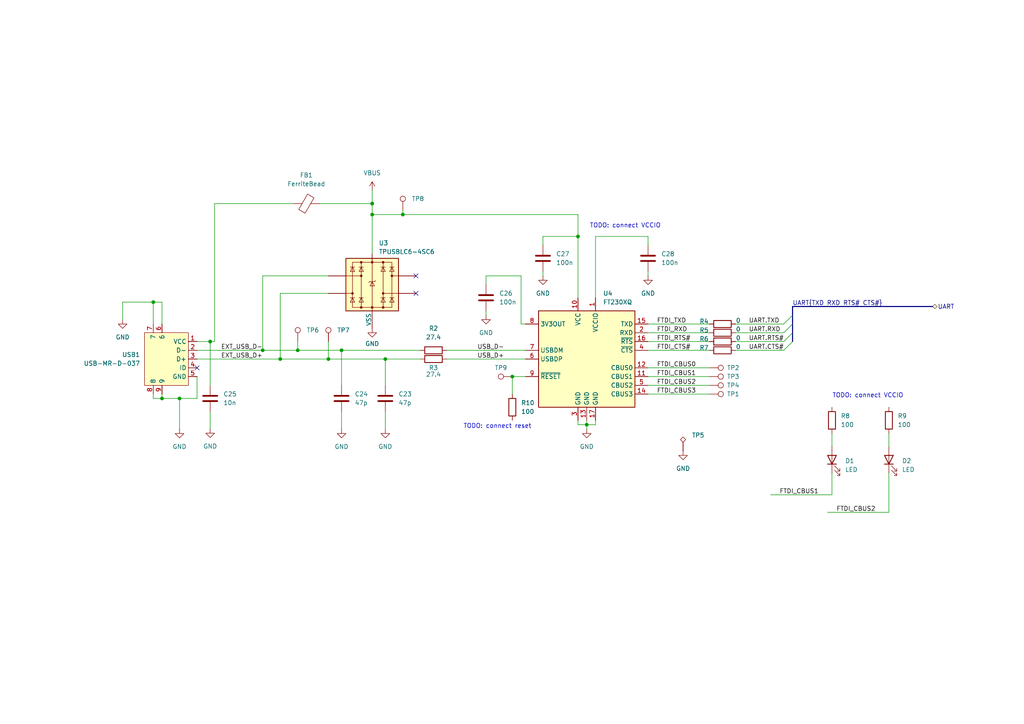
<source format=kicad_sch>
(kicad_sch (version 20231120) (generator "eeschema") (generator_version "8.0")
  (paper "A4")
  (lib_symbols
    (symbol "Connector:TestPoint" (pin_numbers hide) (pin_names (offset 0.762) hide)
      (property "Reference" "TP" (at 0 6.858 0))
      (property "Value" "TestPoint" (at 0 5.08 0))
      (symbol "TestPoint_0_1"
        (circle (center 0 3.302) (radius 0.762))
      )
      (symbol "TestPoint_1_1"
        (pin passive line (at 0 0 90) (length 2.54) (name "1") (number "1"))
      )
    )
    (symbol "Connector:TestPoint_Alt" (pin_numbers hide) (pin_names (offset 0.762) hide)
      (property "Reference" "TP" (at 0 6.858 0))
      (property "Value" "TestPoint_Alt" (at 0 5.08 0))
      (symbol "TestPoint_Alt_0_1"
        (polyline (pts (xy 0 2.54) (xy -0.762 3.302) (xy 0 4.064) (xy 0.762 3.302) (xy 0 2.54)))
      )
      (symbol "TestPoint_Alt_1_1"
        (pin passive line (at 0 0 90) (length 2.54) (name "1") (number "1"))
      )
    )
    (symbol "Device:C" (pin_numbers hide) (pin_names (offset 0.254))
      (property "Reference" "C" (at 0.635 2.54 0))
      (property "Value" "C" (at 0.635 -2.54 0))
      (symbol "C_0_1"
        (polyline (pts (xy -2.032 -0.762) (xy 2.032 -0.762)) (stroke (width 0.508)))
        (polyline (pts (xy -2.032 0.762) (xy 2.032 0.762)) (stroke (width 0.508)))
      )
      (symbol "C_1_1"
        (pin passive line (at 0 3.81 270) (length 2.794) (name "~") (number "1"))
        (pin passive line (at 0 -3.81 90) (length 2.794) (name "~") (number "2"))
      )
    )
    (symbol "Device:FerriteBead" (pin_numbers hide) (pin_names (offset 0))
      (property "Reference" "FB" (at -3.81 0.635 90))
      (property "Value" "FerriteBead" (at 3.81 0 90))
      (symbol "FerriteBead_0_1"
        (polyline (pts (xy 0 -1.27) (xy 0 -1.2192)))
        (polyline (pts (xy 0 1.27) (xy 0 1.2954)))
        (polyline (pts (xy -2.7686 0.4064) (xy -1.7018 2.2606) (xy 2.7686 -0.3048) (xy 1.6764 -2.159) (xy -2.7686 0.4064)))
      )
      (symbol "FerriteBead_1_1"
        (pin passive line (at 0 3.81 270) (length 2.54) (name "~") (number "1"))
        (pin passive line (at 0 -3.81 90) (length 2.54) (name "~") (number "2"))
      )
    )
    (symbol "Device:LED" (pin_numbers hide) (pin_names (offset 1.016) hide)
      (property "Reference" "D" (at 0 2.54 0))
      (property "Value" "LED" (at 0 -2.54 0))
      (symbol "LED_0_1"
        (polyline (pts (xy -1.27 -1.27) (xy -1.27 1.27)) (stroke (width 0.254)))
        (polyline (pts (xy -1.27 0) (xy 1.27 0)))
        (polyline (pts (xy 1.27 -1.27) (xy 1.27 1.27) (xy -1.27 0) (xy 1.27 -1.27)) (stroke (width 0.254)))
        (polyline (pts (xy -3.048 -0.762) (xy -4.572 -2.286) (xy -3.81 -2.286) (xy -4.572 -2.286) (xy -4.572 -1.524)))
        (polyline (pts (xy -1.778 -0.762) (xy -3.302 -2.286) (xy -2.54 -2.286) (xy -3.302 -2.286) (xy -3.302 -1.524)))
      )
      (symbol "LED_1_1"
        (pin passive line (at -3.81 0 0) (length 2.54) (name "K") (number "1"))
        (pin passive line (at 3.81 0 180) (length 2.54) (name "A") (number "2"))
      )
    )
    (symbol "Device:R" (pin_numbers hide) (pin_names (offset 0))
      (property "Reference" "R" (at 2.032 0 90))
      (property "Value" "R" (at 0 0 90))
      (symbol "R_0_1"
        (rectangle (start -1.016 -2.54) (end 1.016 2.54) (stroke (width 0.254)))
      )
      (symbol "R_1_1"
        (pin passive line (at 0 3.81 270) (length 1.27) (name "~") (number "1"))
        (pin passive line (at 0 -3.81 90) (length 1.27) (name "~") (number "2"))
      )
    )
    (symbol "Interface_USB:FT230XQ"
      (property "Reference" "U" (at -13.97 15.24 0))
      (property "Value" "FT230XQ" (at 7.62 15.24 0))
      (symbol "FT230XQ_0_1"
        (rectangle (start -13.97 13.97) (end 13.97 -13.97) (stroke (width 0.254)) (fill (type background)))
      )
      (symbol "FT230XQ_1_1"
        (pin power_in line (at 2.54 17.78 270) (length 3.81) (name "VCCIO") (number "1"))
        (pin power_in line (at -2.54 17.78 270) (length 3.81) (name "VCC") (number "10"))
        (pin bidirectional line (at 17.78 -5.08 180) (length 3.81) (name "CBUS1") (number "11"))
        (pin bidirectional line (at 17.78 -2.54 180) (length 3.81) (name "CBUS0") (number "12"))
        (pin power_in line (at 0 -17.78 90) (length 3.81) (name "GND") (number "13"))
        (pin bidirectional line (at 17.78 -10.16 180) (length 3.81) (name "CBUS3") (number "14"))
        (pin output line (at 17.78 10.16 180) (length 3.81) (name "TXD") (number "15"))
        (pin output line (at 17.78 5.08 180) (length 3.81) (name "~{RTS}") (number "16"))
        (pin power_in line (at 2.54 -17.78 90) (length 3.81) (name "GND") (number "17"))
        (pin input line (at 17.78 7.62 180) (length 3.81) (name "RXD") (number "2"))
        (pin power_in line (at -2.54 -17.78 90) (length 3.81) (name "GND") (number "3"))
        (pin input line (at 17.78 2.54 180) (length 3.81) (name "~{CTS}") (number "4"))
        (pin bidirectional line (at 17.78 -7.62 180) (length 3.81) (name "CBUS2") (number "5"))
        (pin bidirectional line (at -17.78 0 0) (length 3.81) (name "USBDP") (number "6"))
        (pin bidirectional line (at -17.78 2.54 0) (length 3.81) (name "USBDM") (number "7"))
        (pin power_out line (at -17.78 10.16 0) (length 3.81) (name "3V3OUT") (number "8"))
        (pin input line (at -17.78 -5.08 0) (length 3.81) (name "~{RESET}") (number "9"))
      )
    )
    (symbol "Library:TPUSBLC6-4SC6" (pin_numbers hide) (pin_names (offset 0))
      (property "Reference" "U" (at -19.05 10.16 0))
      (property "Value" "TPUSBLC6-4SC6" (at 8.89 -10.16 0))
      (symbol "TPUSBLC6-4SC6_0_0"
        (rectangle (start -5.715 6.477) (end 5.715 -6.604))
        (polyline (pts (xy -3.175 -6.604) (xy -3.175 6.477)))
        (polyline (pts (xy 0 6.477) (xy 0 -6.604)))
        (polyline (pts (xy 3.175 6.477) (xy 3.175 -6.604)))
      )
      (symbol "TPUSBLC6-4SC6_0_1"
        (rectangle (start -7.62 7.62) (end 7.62 -7.62) (stroke (width 0.254)) (fill (type background)))
        (circle (center -5.715 -2.54) (radius 0.2794) (fill (type outline)))
        (circle (center -3.175 -6.604) (radius 0.2794) (fill (type outline)))
        (circle (center -3.175 2.54) (radius 0.2794) (fill (type outline)))
        (circle (center -3.175 6.477) (radius 0.2794) (fill (type outline)))
        (circle (center 0 -6.604) (radius 0.2794) (fill (type outline)))
        (polyline (pts (xy -7.747 2.54) (xy -3.175 2.54)))
        (polyline (pts (xy -7.62 -2.54) (xy -5.715 -2.54)))
        (polyline (pts (xy -5.08 -3.81) (xy -6.35 -3.81)))
        (polyline (pts (xy -5.08 5.08) (xy -6.35 5.08)))
        (polyline (pts (xy -2.54 -3.81) (xy -3.81 -3.81)))
        (polyline (pts (xy -2.54 5.08) (xy -3.81 5.08)))
        (polyline (pts (xy -0.635 0.889) (xy -1.016 0.635)))
        (polyline (pts (xy 0 -6.604) (xy 0 -7.62)))
        (polyline (pts (xy 0.635 0.889) (xy -0.635 0.889)))
        (polyline (pts (xy 0.635 0.889) (xy 1.016 1.143)))
        (polyline (pts (xy 3.81 -3.81) (xy 2.54 -3.81)))
        (polyline (pts (xy 3.81 5.08) (xy 2.54 5.08)))
        (polyline (pts (xy 6.35 -3.81) (xy 5.08 -3.81)))
        (polyline (pts (xy 6.35 5.08) (xy 5.08 5.08)))
        (polyline (pts (xy 7.62 -2.54) (xy 3.175 -2.54)))
        (polyline (pts (xy 7.62 2.54) (xy 5.715 2.54)))
        (polyline (pts (xy -5.08 -5.08) (xy -6.35 -5.08) (xy -5.715 -3.81) (xy -5.08 -5.08)))
        (polyline (pts (xy -5.08 3.81) (xy -6.35 3.81) (xy -5.715 5.08) (xy -5.08 3.81)))
        (polyline (pts (xy -2.54 -5.08) (xy -3.81 -5.08) (xy -3.175 -3.81) (xy -2.54 -5.08)))
        (polyline (pts (xy -2.54 3.81) (xy -3.81 3.81) (xy -3.175 5.08) (xy -2.54 3.81)))
        (polyline (pts (xy 0.635 -0.381) (xy -0.635 -0.381) (xy 0 0.889) (xy 0.635 -0.381)))
        (polyline (pts (xy 3.81 -5.08) (xy 2.54 -5.08) (xy 3.175 -3.81) (xy 3.81 -5.08)))
        (polyline (pts (xy 3.81 3.81) (xy 2.54 3.81) (xy 3.175 5.08) (xy 3.81 3.81)))
        (polyline (pts (xy 6.35 -5.08) (xy 5.08 -5.08) (xy 5.715 -3.81) (xy 6.35 -5.08)))
        (polyline (pts (xy 6.35 3.81) (xy 5.08 3.81) (xy 5.715 5.08) (xy 6.35 3.81)))
        (circle (center 0 6.477) (radius 0.2794) (fill (type outline)))
        (circle (center 3.175 -6.604) (radius 0.2794) (fill (type outline)))
        (circle (center 3.175 -2.54) (radius 0.2794) (fill (type outline)))
        (circle (center 3.175 6.477) (radius 0.2794) (fill (type outline)))
        (circle (center 5.715 2.54) (radius 0.2794) (fill (type outline)))
      )
      (symbol "TPUSBLC6-4SC6_1_1"
        (pin passive line (at -12.7 -2.54 0) (length 5.08) (name "~") (number "1"))
        (pin power_in line (at 0 -12.7 90) (length 5.08) (name "VSS") (number "2"))
        (pin passive line (at 12.7 -2.54 180) (length 5.08) (name "~") (number "3"))
        (pin passive line (at 12.7 2.54 180) (length 5.08) (name "~") (number "4"))
        (pin power_in line (at 0 8.89 270) (length 2.54) (name "~") (number "5"))
        (pin passive line (at -12.7 2.54 0) (length 5.08) (name "~") (number "6"))
      )
    )
    (symbol "easyeda2kicad:USB-MR-D-037"
      (property "Reference" "USB" (at 0 15.24 0))
      (property "Value" "USB-MR-D-037" (at 0 -15.24 0))
      (symbol "USB-MR-D-037_0_1"
        (rectangle (start -5.08 7.62) (end 7.62 -7.62) (fill (type background)))
        (pin input line (at 10.16 5.08 180) (length 2.54) (name "VCC") (number "1"))
        (pin input line (at 10.16 2.54 180) (length 2.54) (name "D-") (number "2"))
        (pin input line (at 10.16 0 180) (length 2.54) (name "D+") (number "3"))
        (pin input line (at 10.16 -2.54 180) (length 2.54) (name "ID") (number "4"))
        (pin input line (at 10.16 -5.08 180) (length 2.54) (name "GND") (number "5"))
        (pin unspecified line (at 0 10.16 270) (length 2.54) (name "6") (number "6"))
        (pin unspecified line (at -2.54 10.16 270) (length 2.54) (name "7") (number "7"))
        (pin unspecified line (at -2.54 -10.16 90) (length 2.54) (name "8") (number "8"))
        (pin unspecified line (at 0 -10.16 90) (length 2.54) (name "9") (number "9"))
      )
    )
    (symbol "power:GND" (power) (pin_names (offset 0))
      (property "Value" "GND" (at 0 -3.81 0))
      (symbol "GND_0_1"
        (polyline (pts (xy 0 0) (xy 0 -1.27) (xy 1.27 -1.27) (xy 0 -2.54) (xy -1.27 -1.27) (xy 0 -1.27)))
      )
      (symbol "GND_1_1"
        (pin power_in line (at 0 0 270) (length 0) hide (name "GND") (number "1"))
      )
    )
    (symbol "power:VBUS" (power) (pin_names (offset 0))
      (property "Value" "VBUS" (at 0 3.81 0))
      (symbol "VBUS_0_1"
        (polyline (pts (xy -0.762 1.27) (xy 0 2.54)))
        (polyline (pts (xy 0 0) (xy 0 2.54)))
        (polyline (pts (xy 0 2.54) (xy 0.762 1.27)))
      )
      (symbol "VBUS_1_1"
        (pin power_in line (at 0 0 90) (length 0) hide (name "VBUS") (number "1"))
      )
    )
  )
  (junction (at 107.95 59.055))
  (junction (at 46.99 115.57))
  (junction (at 44.45 87.63))
  (junction (at 116.84 62.23))
  (junction (at 148.59 109.22))
  (junction (at 52.07 115.57))
  (junction (at 167.64 68.58))
  (junction (at 95.25 104.14))
  (junction (at 170.18 123.19))
  (junction (at 60.96 99.06))
  (junction (at 76.2 101.6))
  (junction (at 99.06 101.6))
  (junction (at 81.28 104.14))
  (junction (at 86.36 101.6))
  (junction (at 111.76 104.14))
  (junction (at 107.95 62.23))
  (no_connect (at 120.65 80.01))
  (no_connect (at 57.15 106.68))
  (no_connect (at 120.65 85.09))
  (bus_entry (at 227.33 96.52) (size 2.54 -2.54))
  (bus_entry (at 227.33 99.06) (size 2.54 -2.54))
  (bus_entry (at 227.33 93.98) (size 2.54 -2.54))
  (bus_entry (at 227.33 101.6) (size 2.54 -2.54))
  (wire (pts (xy 76.2 80.01) (xy 76.2 101.6)))
  (wire (pts (xy 46.99 115.57) (xy 44.45 115.57)))
  (wire (pts (xy 86.36 99.06) (xy 86.36 101.6)))
  (wire (pts (xy 111.76 104.14) (xy 111.76 111.76)))
  (wire (pts (xy 52.07 115.57) (xy 46.99 115.57)))
  (wire (pts (xy 187.96 114.3) (xy 205.74 114.3)))
  (wire (pts (xy 213.36 101.6) (xy 227.33 101.6)))
  (wire (pts (xy 170.18 123.19) (xy 167.64 123.19)))
  (wire (pts (xy 187.96 93.98) (xy 205.74 93.98)))
  (wire (pts (xy 240.03 148.59) (xy 257.81 148.59)))
  (wire (pts (xy 167.64 62.23) (xy 167.64 68.58)))
  (bus (pts (xy 229.87 93.98) (xy 229.87 91.44)))
  (wire (pts (xy 241.3 125.73) (xy 241.3 129.54)))
  (bus (pts (xy 229.87 91.44) (xy 229.87 88.9)))
  (wire (pts (xy 99.06 101.6) (xy 121.92 101.6)))
  (wire (pts (xy 57.15 104.14) (xy 81.28 104.14)))
  (wire (pts (xy 187.96 109.22) (xy 205.74 109.22)))
  (wire (pts (xy 129.54 101.6) (xy 152.4 101.6)))
  (wire (pts (xy 187.96 111.76) (xy 205.74 111.76)))
  (wire (pts (xy 62.23 59.055) (xy 85.09 59.055)))
  (wire (pts (xy 187.96 96.52) (xy 205.74 96.52)))
  (wire (pts (xy 57.15 109.22) (xy 57.15 115.57)))
  (wire (pts (xy 257.81 125.73) (xy 257.81 129.54)))
  (wire (pts (xy 86.36 101.6) (xy 99.06 101.6)))
  (wire (pts (xy 140.97 80.01) (xy 151.13 80.01)))
  (wire (pts (xy 157.48 71.12) (xy 157.48 68.58)))
  (wire (pts (xy 170.18 123.19) (xy 172.72 123.19)))
  (wire (pts (xy 213.36 93.98) (xy 227.33 93.98)))
  (wire (pts (xy 170.18 124.46) (xy 170.18 123.19)))
  (wire (pts (xy 157.48 68.58) (xy 167.64 68.58)))
  (wire (pts (xy 62.23 99.06) (xy 60.96 99.06)))
  (wire (pts (xy 167.64 123.19) (xy 167.64 121.92)))
  (wire (pts (xy 148.59 109.22) (xy 152.4 109.22)))
  (wire (pts (xy 187.96 78.74) (xy 187.96 80.01)))
  (wire (pts (xy 172.72 68.58) (xy 172.72 86.36)))
  (wire (pts (xy 187.96 101.6) (xy 205.74 101.6)))
  (bus (pts (xy 229.87 88.9) (xy 270.51 88.9)))
  (wire (pts (xy 223.52 143.51) (xy 241.3 143.51)))
  (wire (pts (xy 60.96 99.06) (xy 60.96 111.76)))
  (bus (pts (xy 229.87 99.06) (xy 229.87 96.52)))
  (wire (pts (xy 107.95 62.23) (xy 116.84 62.23)))
  (wire (pts (xy 52.07 124.46) (xy 52.07 115.57)))
  (wire (pts (xy 140.97 90.17) (xy 140.97 91.44)))
  (wire (pts (xy 107.95 55.245) (xy 107.95 59.055)))
  (wire (pts (xy 95.25 99.06) (xy 95.25 104.14)))
  (wire (pts (xy 157.48 78.74) (xy 157.48 80.01)))
  (wire (pts (xy 46.99 87.63) (xy 46.99 93.98)))
  (wire (pts (xy 44.45 87.63) (xy 44.45 93.98)))
  (wire (pts (xy 99.06 124.46) (xy 99.06 119.38)))
  (wire (pts (xy 92.71 59.055) (xy 107.95 59.055)))
  (wire (pts (xy 57.15 115.57) (xy 52.07 115.57)))
  (wire (pts (xy 107.95 62.23) (xy 107.95 73.66)))
  (wire (pts (xy 148.59 109.22) (xy 148.59 114.3)))
  (wire (pts (xy 60.96 124.3662) (xy 60.96 119.38)))
  (wire (pts (xy 167.64 68.58) (xy 167.64 86.36)))
  (wire (pts (xy 44.45 114.3) (xy 44.45 115.57)))
  (wire (pts (xy 44.45 87.63) (xy 46.99 87.63)))
  (wire (pts (xy 187.96 68.58) (xy 172.72 68.58)))
  (wire (pts (xy 257.81 137.16) (xy 257.81 148.59)))
  (wire (pts (xy 107.95 59.055) (xy 107.95 62.23)))
  (wire (pts (xy 60.96 99.06) (xy 57.15 99.06)))
  (wire (pts (xy 116.84 62.23) (xy 167.64 62.23)))
  (wire (pts (xy 111.76 104.14) (xy 121.92 104.14)))
  (wire (pts (xy 81.28 85.09) (xy 81.28 104.14)))
  (wire (pts (xy 57.15 101.6) (xy 76.2 101.6)))
  (wire (pts (xy 151.13 93.98) (xy 152.4 93.98)))
  (wire (pts (xy 187.96 106.68) (xy 205.74 106.68)))
  (wire (pts (xy 140.97 82.55) (xy 140.97 80.01)))
  (wire (pts (xy 62.23 59.055) (xy 62.23 99.06)))
  (wire (pts (xy 187.96 99.06) (xy 205.74 99.06)))
  (wire (pts (xy 44.45 87.63) (xy 35.56 87.63)))
  (wire (pts (xy 95.25 85.09) (xy 81.28 85.09)))
  (bus (pts (xy 229.87 96.52) (xy 229.87 93.98)))
  (wire (pts (xy 241.3 137.16) (xy 241.3 143.51)))
  (wire (pts (xy 170.18 121.92) (xy 170.18 123.19)))
  (wire (pts (xy 213.36 99.06) (xy 227.33 99.06)))
  (wire (pts (xy 129.54 104.14) (xy 152.4 104.14)))
  (wire (pts (xy 213.36 96.52) (xy 227.33 96.52)))
  (wire (pts (xy 116.84 60.96) (xy 116.84 62.23)))
  (wire (pts (xy 99.06 101.6) (xy 99.06 111.76)))
  (wire (pts (xy 76.2 80.01) (xy 95.25 80.01)))
  (wire (pts (xy 172.72 123.19) (xy 172.72 121.92)))
  (wire (pts (xy 35.56 87.63) (xy 35.56 92.71)))
  (wire (pts (xy 187.96 71.12) (xy 187.96 68.58)))
  (wire (pts (xy 151.13 80.01) (xy 151.13 93.98)))
  (wire (pts (xy 46.99 114.3) (xy 46.99 115.57)))
  (wire (pts (xy 111.76 124.46) (xy 111.76 119.38)))
  (wire (pts (xy 76.2 101.6) (xy 86.36 101.6)))
  (wire (pts (xy 81.28 104.14) (xy 95.25 104.14)))
  (wire (pts (xy 95.25 104.14) (xy 111.76 104.14)))
  (text "TODO: connect VCCIO\n" (at 181.356 65.532 0) (effects (font (size 1.27 1.27))))
  (text "TODO: connect VCCIO\n" (at 251.714 114.808 0) (effects (font (size 1.27 1.27))))
  (text "TODO: connect reset" (at 144.272 123.698 0) (effects (font (size 1.27 1.27))))
  (label "UART{TXD RXD RTS# CTS#}" (at 229.87 88.9 0))
  (label "UART.RTS#" (at 217.17 99.06 0))
  (label "UART.RXD" (at 217.17 96.52 0))
  (label "FTDI_RTS#" (at 190.5 99.06 0))
  (label "FTDI_CBUS1" (at 226.06 143.51 0))
  (label "FTDI_CBUS1" (at 190.5 109.22 0))
  (label "EXT_USB_D+" (at 76.2 104.14 180))
  (label "USB_D+" (at 138.43 104.14 0))
  (label "FTDI_CBUS3" (at 190.5 114.3 0))
  (label "FTDI_CBUS0" (at 190.5 106.68 0))
  (label "FTDI_RXD" (at 190.5 96.52 0))
  (label "FTDI_CBUS2" (at 242.57 148.59 0))
  (label "USB_D-" (at 138.43 101.6 0))
  (label "EXT_USB_D-" (at 76.2 101.6 180))
  (label "UART.TXD" (at 217.17 93.98 0))
  (label "FTDI_CBUS2" (at 190.5 111.76 0))
  (label "UART.CTS#" (at 217.17 101.6 0))
  (label "FTDI_TXD" (at 190.5 93.98 0))
  (label "FTDI_CTS#" (at 190.5 101.6 0))
  (hierarchical_label "UART" (shape bidirectional) (at 270.51 88.9 0))
  (symbol (lib_id "Device:R") (at 209.55 96.52 90) (unit 1)
    (property "Reference" "R5" (at 204.216 95.758 90))
    (property "Value" "0" (at 214.122 95.504 90))
    (property "Footprint" "Resistor_SMD:R_0402_1005Metric_Pad0.72x0.64mm_HandSolder" (effects (hide yes)))
    (property "LCSC" "C226391" (effects (hide yes)))
  )
  (symbol (lib_id "power:GND") (at 187.96 80.01 0) (unit 1)
    (property "Reference" "#PWR035" (effects (hide yes)))
    (property "Value" "GND" (at 187.96 85.09 0))
    (property "Description" "Power symbol creates a global label with name \"GND\" , ground" (effects (hide yes)))
  )
  (symbol (lib_id "Device:C") (at 140.97 86.36 0) (unit 1)
    (property "Reference" "C26" (at 144.78 85.0899 0) (effects (justify left)))
    (property "Value" "100n" (at 144.78 87.6299 0) (effects (justify left)))
    (property "Footprint" "Capacitor_SMD:C_0402_1005Metric" (effects (hide yes)))
    (property "Description" "Unpolarized capacitor" (effects (hide yes)))
  )
  (symbol (lib_id "Connector:TestPoint") (at 148.59 109.22 90) (unit 1)
    (property "Reference" "TP9" (at 145.288 106.68 90))
    (property "Value" "TestPoint" (effects (hide yes)))
    (property "Description" "test point" (effects (hide yes)))
  )
  (symbol (lib_id "power:VBUS") (at 107.95 55.245 0) (unit 1)
    (property "Reference" "#PWR025" (effects (hide yes)))
    (property "Value" "VBUS" (at 107.95 50.165 0))
  )
  (symbol (lib_id "Device:R") (at 148.59 118.11 180) (unit 1)
    (property "Reference" "R10" (at 151.13 116.8399 0) (effects (justify right)))
    (property "Value" "100" (at 151.13 119.3799 0) (effects (justify right)))
    (property "Footprint" "Resistor_SMD:R_0402_1005Metric_Pad0.72x0.64mm_HandSolder" (effects (hide yes)))
    (property "LCSC" "C226391" (effects (hide yes)))
  )
  (symbol (lib_id "power:GND") (at 170.18 124.46 0) (unit 1)
    (property "Reference" "#PWR030" (effects (hide yes)))
    (property "Value" "GND" (at 170.18 129.54 0))
    (property "Description" "Power symbol creates a global label with name \"GND\" , ground" (effects (hide yes)))
  )
  (symbol (lib_id "Device:C") (at 60.96 115.57 0) (unit 1)
    (property "Reference" "C25" (at 64.77 114.2999 0) (effects (justify left)))
    (property "Value" "10n" (at 64.77 116.8399 0) (effects (justify left)))
    (property "Footprint" "Capacitor_SMD:C_0402_1005Metric" (effects (hide yes)))
    (property "Description" "Unpolarized capacitor" (effects (hide yes)))
  )
  (symbol (lib_id "Device:R") (at 241.3 121.92 180) (unit 1)
    (property "Reference" "R8" (at 243.84 120.6499 0) (effects (justify right)))
    (property "Value" "100" (at 243.84 123.1899 0) (effects (justify right)))
    (property "Footprint" "Resistor_SMD:R_0402_1005Metric_Pad0.72x0.64mm_HandSolder" (effects (hide yes)))
    (property "LCSC" "C226391" (effects (hide yes)))
  )
  (symbol (lib_id "Connector:TestPoint") (at 205.74 109.22 270) (unit 1)
    (property "Reference" "TP3" (at 210.82 109.2199 90) (effects (justify left)))
    (property "Value" "TestPoint" (effects (hide yes)))
    (property "Description" "test point" (effects (hide yes)))
  )
  (symbol (lib_id "Device:LED") (at 257.81 133.35 90) (unit 1)
    (property "Reference" "D2" (at 261.62 133.6674 90) (effects (justify right)))
    (property "Value" "LED" (at 261.62 136.2074 90) (effects (justify right)))
    (property "Footprint" "LED_SMD:LED_0603_1608Metric" (effects (hide yes)))
    (property "Description" "Light emitting diode" (effects (hide yes)))
  )
  (symbol (lib_id "Connector:TestPoint") (at 95.25 99.06 0) (unit 1)
    (property "Reference" "TP7" (at 97.79 95.7579 0) (effects (justify left)))
    (property "Value" "TestPoint" (effects (hide yes)))
    (property "Description" "test point" (effects (hide yes)))
  )
  (symbol (lib_id "Device:C") (at 157.48 74.93 0) (unit 1)
    (property "Reference" "C27" (at 161.29 73.6599 0) (effects (justify left)))
    (property "Value" "100n" (at 161.29 76.1999 0) (effects (justify left)))
    (property "Footprint" "Capacitor_SMD:C_0402_1005Metric" (effects (hide yes)))
    (property "Description" "Unpolarized capacitor" (effects (hide yes)))
  )
  (symbol (lib_id "power:GND") (at 198.12 130.81 0) (unit 1)
    (property "Reference" "#PWR036" (effects (hide yes)))
    (property "Value" "GND" (at 198.12 135.89 0))
    (property "Description" "Power symbol creates a global label with name \"GND\" , ground" (effects (hide yes)))
  )
  (symbol (lib_id "easyeda2kicad:USB-MR-D-037") (at 46.99 104.14 0) (unit 1)
    (property "Reference" "USB1" (at 40.64 102.8699 0) (effects (justify right)))
    (property "Value" "USB-MR-D-037" (at 40.64 105.4099 0) (effects (justify right)))
    (property "Footprint" "USB-MR-D-037:MICRO-USB-SMD_DEALON_USB-MR-D-037" (effects (hide yes)))
    (property "LCSC Part" "C2927008" (effects (hide yes)))
  )
  (symbol (lib_id "power:GND") (at 35.56 92.71 0) (unit 1)
    (property "Reference" "#PWR033" (effects (hide yes)))
    (property "Value" "GND" (at 35.56 97.79 0))
    (property "Description" "Power symbol creates a global label with name \"GND\" , ground" (effects (hide yes)))
  )
  (symbol (lib_id "Device:R") (at 209.55 101.6 90) (unit 1)
    (property "Reference" "R7" (at 204.216 100.838 90))
    (property "Value" "0" (at 214.122 100.584 90))
    (property "Footprint" "Resistor_SMD:R_0402_1005Metric_Pad0.72x0.64mm_HandSolder" (effects (hide yes)))
    (property "LCSC" "C226391" (effects (hide yes)))
  )
  (symbol (lib_id "Device:R") (at 125.73 104.14 90) (unit 1)
    (property "Reference" "R3" (at 125.73 106.68 90))
    (property "Value" "27.4" (at 125.73 108.585 90))
    (property "Footprint" "Resistor_SMD:R_0402_1005Metric_Pad0.72x0.64mm_HandSolder" (effects (hide yes)))
    (property "LCSC" "C226391" (effects (hide yes)))
  )
  (symbol (lib_id "Device:LED") (at 241.3 133.35 90) (unit 1)
    (property "Reference" "D1" (at 245.11 133.6674 90) (effects (justify right)))
    (property "Value" "LED" (at 245.11 136.2074 90) (effects (justify right)))
    (property "Footprint" "LED_SMD:LED_0603_1608Metric" (effects (hide yes)))
    (property "Description" "Light emitting diode" (effects (hide yes)))
  )
  (symbol (lib_id "Device:C") (at 99.06 115.57 0) (unit 1)
    (property "Reference" "C24" (at 102.87 114.2999 0) (effects (justify left)))
    (property "Value" "47p" (at 102.87 116.8399 0) (effects (justify left)))
    (property "Footprint" "Capacitor_SMD:C_0402_1005Metric" (effects (hide yes)))
    (property "Description" "Unpolarized capacitor" (effects (hide yes)))
  )
  (symbol (lib_id "Device:R") (at 257.81 121.92 180) (unit 1)
    (property "Reference" "R9" (at 260.35 120.6499 0) (effects (justify right)))
    (property "Value" "100" (at 260.35 123.1899 0) (effects (justify right)))
    (property "Footprint" "Resistor_SMD:R_0402_1005Metric_Pad0.72x0.64mm_HandSolder" (effects (hide yes)))
    (property "LCSC" "C226391" (effects (hide yes)))
  )
  (symbol (lib_id "power:GND") (at 140.97 91.44 0) (unit 1)
    (property "Reference" "#PWR031" (effects (hide yes)))
    (property "Value" "GND" (at 140.97 96.52 0))
    (property "Description" "Power symbol creates a global label with name \"GND\" , ground" (effects (hide yes)))
  )
  (symbol (lib_id "Connector:TestPoint") (at 116.84 60.96 0) (unit 1)
    (property "Reference" "TP8" (at 119.38 57.6579 0) (effects (justify left)))
    (property "Value" "TestPoint" (effects (hide yes)))
    (property "Description" "test point" (effects (hide yes)))
  )
  (symbol (lib_id "power:GND") (at 111.76 124.46 0) (unit 1)
    (property "Reference" "#PWR028" (effects (hide yes)))
    (property "Value" "GND" (at 111.76 129.54 0))
    (property "Description" "Power symbol creates a global label with name \"GND\" , ground" (effects (hide yes)))
  )
  (symbol (lib_id "Connector:TestPoint") (at 205.74 111.76 270) (unit 1)
    (property "Reference" "TP4" (at 210.82 111.7599 90) (effects (justify left)))
    (property "Value" "TestPoint" (effects (hide yes)))
    (property "Description" "test point" (effects (hide yes)))
  )
  (symbol (lib_id "power:GND") (at 99.06 124.46 0) (unit 1)
    (property "Reference" "#PWR027" (effects (hide yes)))
    (property "Value" "GND" (at 99.06 129.54 0))
    (property "Description" "Power symbol creates a global label with name \"GND\" , ground" (effects (hide yes)))
  )
  (symbol (lib_id "Device:C") (at 111.76 115.57 0) (unit 1)
    (property "Reference" "C23" (at 115.57 114.2999 0) (effects (justify left)))
    (property "Value" "47p" (at 115.57 116.8399 0) (effects (justify left)))
    (property "Footprint" "Capacitor_SMD:C_0402_1005Metric" (effects (hide yes)))
    (property "Description" "Unpolarized capacitor" (effects (hide yes)))
  )
  (symbol (lib_id "Connector:TestPoint") (at 86.36 99.06 0) (unit 1)
    (property "Reference" "TP6" (at 88.9 95.7579 0) (effects (justify left)))
    (property "Value" "TestPoint" (effects (hide yes)))
    (property "Description" "test point" (effects (hide yes)))
  )
  (symbol (lib_id "Connector:TestPoint") (at 205.74 114.3 270) (unit 1)
    (property "Reference" "TP1" (at 210.82 114.2999 90) (effects (justify left)))
    (property "Value" "TestPoint" (effects (hide yes)))
    (property "Description" "test point" (effects (hide yes)))
  )
  (symbol (lib_id "Device:R") (at 209.55 93.98 90) (unit 1)
    (property "Reference" "R4" (at 204.216 93.218 90))
    (property "Value" "0" (at 214.122 92.964 90))
    (property "Footprint" "Resistor_SMD:R_0402_1005Metric_Pad0.72x0.64mm_HandSolder" (effects (hide yes)))
    (property "LCSC" "C226391" (effects (hide yes)))
  )
  (symbol (lib_id "power:GND") (at 107.95 95.25 0) (unit 1)
    (property "Reference" "#PWR026" (effects (hide yes)))
    (property "Value" "GND" (at 107.95 99.695 0))
  )
  (symbol (lib_id "power:GND") (at 60.96 124.3662 0) (unit 1)
    (property "Reference" "#PWR029" (effects (hide yes)))
    (property "Value" "GND" (at 60.96 129.4462 0))
    (property "Description" "Power symbol creates a global label with name \"GND\" , ground" (effects (hide yes)))
  )
  (symbol (lib_id "Device:FerriteBead") (at 88.9 59.055 90) (unit 1)
    (property "Reference" "FB1" (at 88.8492 50.8 90))
    (property "Value" "FerriteBead" (at 88.8492 53.34 90))
    (property "Footprint" "Resistor_SMD:R_0402_1005Metric_Pad0.72x0.64mm_HandSolder" (effects (hide yes)))
    (property "LCSC" "C85813" (effects (hide yes)))
  )
  (symbol (lib_id "Device:C") (at 187.96 74.93 0) (unit 1)
    (property "Reference" "C28" (at 191.77 73.6599 0) (effects (justify left)))
    (property "Value" "100n" (at 191.77 76.1999 0) (effects (justify left)))
    (property "Footprint" "Capacitor_SMD:C_0402_1005Metric" (effects (hide yes)))
    (property "Description" "Unpolarized capacitor" (effects (hide yes)))
  )
  (symbol (lib_id "Interface_USB:FT230XQ") (at 170.18 104.14 0) (unit 1)
    (property "Reference" "U4" (at 174.9141 85.09 0) (effects (justify left)))
    (property "Value" "FT230XQ" (at 174.9141 87.63 0) (effects (justify left)))
    (property "Footprint" "Package_DFN_QFN:QFN-16-1EP_4x4mm_P0.65mm_EP2.1x2.1mm" (effects (hide yes)))
    (property "Datasheet" "https://www.ftdichip.com/Support/Documents/DataSheets/ICs/DS_FT230X.pdf" (effects (hide yes)))
    (property "Description" "Full Speed USB to Basic UART, QFN-16" (effects (hide yes)))
  )
  (symbol (lib_id "power:GND") (at 157.48 80.01 0) (unit 1)
    (property "Reference" "#PWR034" (effects (hide yes)))
    (property "Value" "GND" (at 157.48 85.09 0))
    (property "Description" "Power symbol creates a global label with name \"GND\" , ground" (effects (hide yes)))
  )
  (symbol (lib_id "power:GND") (at 52.07 124.46 0) (unit 1)
    (property "Reference" "#PWR032" (effects (hide yes)))
    (property "Value" "GND" (at 52.07 129.54 0))
    (property "Description" "Power symbol creates a global label with name \"GND\" , ground" (effects (hide yes)))
  )
  (symbol (lib_id "Device:R") (at 209.55 99.06 90) (unit 1)
    (property "Reference" "R6" (at 204.216 98.298 90))
    (property "Value" "0" (at 214.122 98.044 90))
    (property "Footprint" "Resistor_SMD:R_0402_1005Metric_Pad0.72x0.64mm_HandSolder" (effects (hide yes)))
    (property "LCSC" "C226391" (effects (hide yes)))
  )
  (symbol (lib_id "Device:R") (at 125.73 101.6 90) (unit 1)
    (property "Reference" "R2" (at 125.73 95.25 90))
    (property "Value" "27.4" (at 125.73 97.79 90))
    (property "Footprint" "Resistor_SMD:R_0402_1005Metric_Pad0.72x0.64mm_HandSolder" (effects (hide yes)))
    (property "LCSC" "C226391" (effects (hide yes)))
  )
  (symbol (lib_id "Connector:TestPoint_Alt") (at 198.12 130.81 0) (unit 1)
    (property "Reference" "TP5" (at 200.66 126.2379 0) (effects (justify left)))
    (property "Value" "TestPoint_Alt" (effects (hide yes)))
    (property "Description" "test point (alternative shape)" (effects (hide yes)))
  )
  (symbol (lib_id "Library:TPUSBLC6-4SC6") (at 107.95 82.55 0) (unit 1)
    (property "Reference" "U3" (at 109.855 70.485 0) (effects (justify left)))
    (property "Value" "TPUSBLC6-4SC6" (at 109.855 73.025 0) (effects (justify left)))
    (property "Footprint" "Package_TO_SOT_SMD:SOT-23-6_Handsoldering" (effects (hide yes)))
    (property "Datasheet" "https://datasheet.lcsc.com/lcsc/2108131930_TECH-PUBLIC-TPUSBLC6-4SC6_C558419.pdf" (effects (hide yes)))
    (property "LCSC" "C558419" (effects (hide yes)))
  )
  (symbol (lib_id "Connector:TestPoint") (at 205.74 106.68 270) (unit 1)
    (property "Reference" "TP2" (at 210.82 106.6799 90) (effects (justify left)))
    (property "Value" "TestPoint" (effects (hide yes)))
    (property "Description" "test point" (effects (hide yes)))
  )
)
</source>
